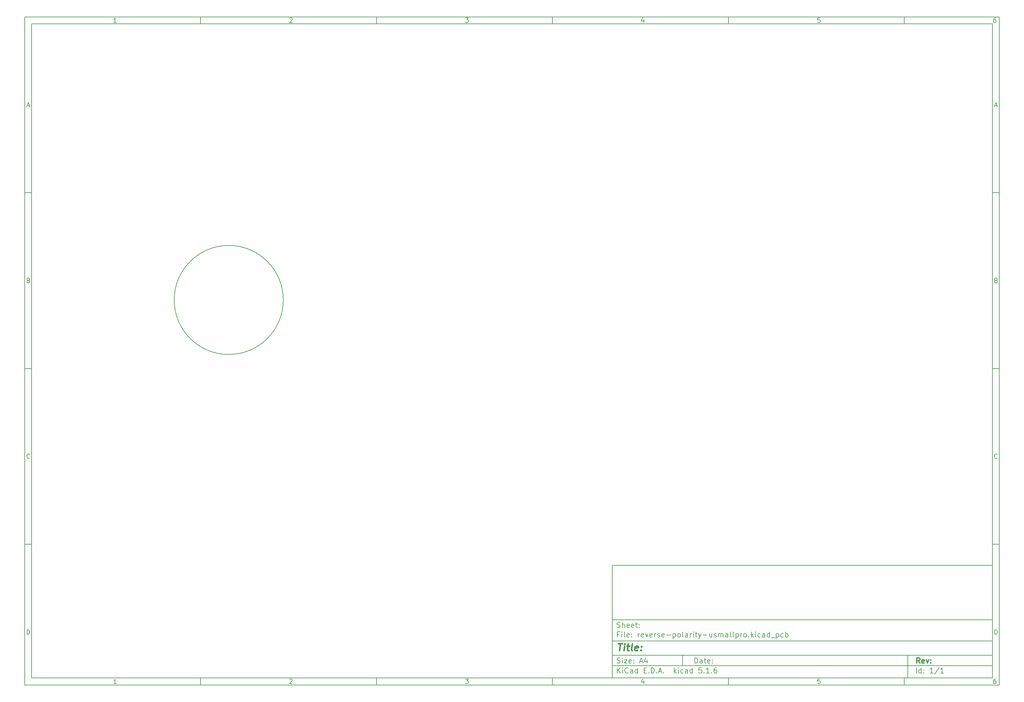
<source format=gbr>
G04 #@! TF.GenerationSoftware,KiCad,Pcbnew,5.1.6*
G04 #@! TF.CreationDate,2020-09-05T15:35:29+02:00*
G04 #@! TF.ProjectId,reverse-polarity-usmallpro,72657665-7273-4652-9d70-6f6c61726974,rev?*
G04 #@! TF.SameCoordinates,Original*
G04 #@! TF.FileFunction,Profile,NP*
%FSLAX46Y46*%
G04 Gerber Fmt 4.6, Leading zero omitted, Abs format (unit mm)*
G04 Created by KiCad (PCBNEW 5.1.6) date 2020-09-05 15:35:29*
%MOMM*%
%LPD*%
G01*
G04 APERTURE LIST*
%ADD10C,0.100000*%
%ADD11C,0.150000*%
%ADD12C,0.300000*%
%ADD13C,0.400000*%
G04 #@! TA.AperFunction,Profile*
%ADD14C,0.150000*%
G04 #@! TD*
G04 APERTURE END LIST*
D10*
D11*
X177002200Y-166007200D02*
X177002200Y-198007200D01*
X285002200Y-198007200D01*
X285002200Y-166007200D01*
X177002200Y-166007200D01*
D10*
D11*
X10000000Y-10000000D02*
X10000000Y-200007200D01*
X287002200Y-200007200D01*
X287002200Y-10000000D01*
X10000000Y-10000000D01*
D10*
D11*
X12000000Y-12000000D02*
X12000000Y-198007200D01*
X285002200Y-198007200D01*
X285002200Y-12000000D01*
X12000000Y-12000000D01*
D10*
D11*
X60000000Y-12000000D02*
X60000000Y-10000000D01*
D10*
D11*
X110000000Y-12000000D02*
X110000000Y-10000000D01*
D10*
D11*
X160000000Y-12000000D02*
X160000000Y-10000000D01*
D10*
D11*
X210000000Y-12000000D02*
X210000000Y-10000000D01*
D10*
D11*
X260000000Y-12000000D02*
X260000000Y-10000000D01*
D10*
D11*
X36065476Y-11588095D02*
X35322619Y-11588095D01*
X35694047Y-11588095D02*
X35694047Y-10288095D01*
X35570238Y-10473809D01*
X35446428Y-10597619D01*
X35322619Y-10659523D01*
D10*
D11*
X85322619Y-10411904D02*
X85384523Y-10350000D01*
X85508333Y-10288095D01*
X85817857Y-10288095D01*
X85941666Y-10350000D01*
X86003571Y-10411904D01*
X86065476Y-10535714D01*
X86065476Y-10659523D01*
X86003571Y-10845238D01*
X85260714Y-11588095D01*
X86065476Y-11588095D01*
D10*
D11*
X135260714Y-10288095D02*
X136065476Y-10288095D01*
X135632142Y-10783333D01*
X135817857Y-10783333D01*
X135941666Y-10845238D01*
X136003571Y-10907142D01*
X136065476Y-11030952D01*
X136065476Y-11340476D01*
X136003571Y-11464285D01*
X135941666Y-11526190D01*
X135817857Y-11588095D01*
X135446428Y-11588095D01*
X135322619Y-11526190D01*
X135260714Y-11464285D01*
D10*
D11*
X185941666Y-10721428D02*
X185941666Y-11588095D01*
X185632142Y-10226190D02*
X185322619Y-11154761D01*
X186127380Y-11154761D01*
D10*
D11*
X236003571Y-10288095D02*
X235384523Y-10288095D01*
X235322619Y-10907142D01*
X235384523Y-10845238D01*
X235508333Y-10783333D01*
X235817857Y-10783333D01*
X235941666Y-10845238D01*
X236003571Y-10907142D01*
X236065476Y-11030952D01*
X236065476Y-11340476D01*
X236003571Y-11464285D01*
X235941666Y-11526190D01*
X235817857Y-11588095D01*
X235508333Y-11588095D01*
X235384523Y-11526190D01*
X235322619Y-11464285D01*
D10*
D11*
X285941666Y-10288095D02*
X285694047Y-10288095D01*
X285570238Y-10350000D01*
X285508333Y-10411904D01*
X285384523Y-10597619D01*
X285322619Y-10845238D01*
X285322619Y-11340476D01*
X285384523Y-11464285D01*
X285446428Y-11526190D01*
X285570238Y-11588095D01*
X285817857Y-11588095D01*
X285941666Y-11526190D01*
X286003571Y-11464285D01*
X286065476Y-11340476D01*
X286065476Y-11030952D01*
X286003571Y-10907142D01*
X285941666Y-10845238D01*
X285817857Y-10783333D01*
X285570238Y-10783333D01*
X285446428Y-10845238D01*
X285384523Y-10907142D01*
X285322619Y-11030952D01*
D10*
D11*
X60000000Y-198007200D02*
X60000000Y-200007200D01*
D10*
D11*
X110000000Y-198007200D02*
X110000000Y-200007200D01*
D10*
D11*
X160000000Y-198007200D02*
X160000000Y-200007200D01*
D10*
D11*
X210000000Y-198007200D02*
X210000000Y-200007200D01*
D10*
D11*
X260000000Y-198007200D02*
X260000000Y-200007200D01*
D10*
D11*
X36065476Y-199595295D02*
X35322619Y-199595295D01*
X35694047Y-199595295D02*
X35694047Y-198295295D01*
X35570238Y-198481009D01*
X35446428Y-198604819D01*
X35322619Y-198666723D01*
D10*
D11*
X85322619Y-198419104D02*
X85384523Y-198357200D01*
X85508333Y-198295295D01*
X85817857Y-198295295D01*
X85941666Y-198357200D01*
X86003571Y-198419104D01*
X86065476Y-198542914D01*
X86065476Y-198666723D01*
X86003571Y-198852438D01*
X85260714Y-199595295D01*
X86065476Y-199595295D01*
D10*
D11*
X135260714Y-198295295D02*
X136065476Y-198295295D01*
X135632142Y-198790533D01*
X135817857Y-198790533D01*
X135941666Y-198852438D01*
X136003571Y-198914342D01*
X136065476Y-199038152D01*
X136065476Y-199347676D01*
X136003571Y-199471485D01*
X135941666Y-199533390D01*
X135817857Y-199595295D01*
X135446428Y-199595295D01*
X135322619Y-199533390D01*
X135260714Y-199471485D01*
D10*
D11*
X185941666Y-198728628D02*
X185941666Y-199595295D01*
X185632142Y-198233390D02*
X185322619Y-199161961D01*
X186127380Y-199161961D01*
D10*
D11*
X236003571Y-198295295D02*
X235384523Y-198295295D01*
X235322619Y-198914342D01*
X235384523Y-198852438D01*
X235508333Y-198790533D01*
X235817857Y-198790533D01*
X235941666Y-198852438D01*
X236003571Y-198914342D01*
X236065476Y-199038152D01*
X236065476Y-199347676D01*
X236003571Y-199471485D01*
X235941666Y-199533390D01*
X235817857Y-199595295D01*
X235508333Y-199595295D01*
X235384523Y-199533390D01*
X235322619Y-199471485D01*
D10*
D11*
X285941666Y-198295295D02*
X285694047Y-198295295D01*
X285570238Y-198357200D01*
X285508333Y-198419104D01*
X285384523Y-198604819D01*
X285322619Y-198852438D01*
X285322619Y-199347676D01*
X285384523Y-199471485D01*
X285446428Y-199533390D01*
X285570238Y-199595295D01*
X285817857Y-199595295D01*
X285941666Y-199533390D01*
X286003571Y-199471485D01*
X286065476Y-199347676D01*
X286065476Y-199038152D01*
X286003571Y-198914342D01*
X285941666Y-198852438D01*
X285817857Y-198790533D01*
X285570238Y-198790533D01*
X285446428Y-198852438D01*
X285384523Y-198914342D01*
X285322619Y-199038152D01*
D10*
D11*
X10000000Y-60000000D02*
X12000000Y-60000000D01*
D10*
D11*
X10000000Y-110000000D02*
X12000000Y-110000000D01*
D10*
D11*
X10000000Y-160000000D02*
X12000000Y-160000000D01*
D10*
D11*
X10690476Y-35216666D02*
X11309523Y-35216666D01*
X10566666Y-35588095D02*
X11000000Y-34288095D01*
X11433333Y-35588095D01*
D10*
D11*
X11092857Y-84907142D02*
X11278571Y-84969047D01*
X11340476Y-85030952D01*
X11402380Y-85154761D01*
X11402380Y-85340476D01*
X11340476Y-85464285D01*
X11278571Y-85526190D01*
X11154761Y-85588095D01*
X10659523Y-85588095D01*
X10659523Y-84288095D01*
X11092857Y-84288095D01*
X11216666Y-84350000D01*
X11278571Y-84411904D01*
X11340476Y-84535714D01*
X11340476Y-84659523D01*
X11278571Y-84783333D01*
X11216666Y-84845238D01*
X11092857Y-84907142D01*
X10659523Y-84907142D01*
D10*
D11*
X11402380Y-135464285D02*
X11340476Y-135526190D01*
X11154761Y-135588095D01*
X11030952Y-135588095D01*
X10845238Y-135526190D01*
X10721428Y-135402380D01*
X10659523Y-135278571D01*
X10597619Y-135030952D01*
X10597619Y-134845238D01*
X10659523Y-134597619D01*
X10721428Y-134473809D01*
X10845238Y-134350000D01*
X11030952Y-134288095D01*
X11154761Y-134288095D01*
X11340476Y-134350000D01*
X11402380Y-134411904D01*
D10*
D11*
X10659523Y-185588095D02*
X10659523Y-184288095D01*
X10969047Y-184288095D01*
X11154761Y-184350000D01*
X11278571Y-184473809D01*
X11340476Y-184597619D01*
X11402380Y-184845238D01*
X11402380Y-185030952D01*
X11340476Y-185278571D01*
X11278571Y-185402380D01*
X11154761Y-185526190D01*
X10969047Y-185588095D01*
X10659523Y-185588095D01*
D10*
D11*
X287002200Y-60000000D02*
X285002200Y-60000000D01*
D10*
D11*
X287002200Y-110000000D02*
X285002200Y-110000000D01*
D10*
D11*
X287002200Y-160000000D02*
X285002200Y-160000000D01*
D10*
D11*
X285692676Y-35216666D02*
X286311723Y-35216666D01*
X285568866Y-35588095D02*
X286002200Y-34288095D01*
X286435533Y-35588095D01*
D10*
D11*
X286095057Y-84907142D02*
X286280771Y-84969047D01*
X286342676Y-85030952D01*
X286404580Y-85154761D01*
X286404580Y-85340476D01*
X286342676Y-85464285D01*
X286280771Y-85526190D01*
X286156961Y-85588095D01*
X285661723Y-85588095D01*
X285661723Y-84288095D01*
X286095057Y-84288095D01*
X286218866Y-84350000D01*
X286280771Y-84411904D01*
X286342676Y-84535714D01*
X286342676Y-84659523D01*
X286280771Y-84783333D01*
X286218866Y-84845238D01*
X286095057Y-84907142D01*
X285661723Y-84907142D01*
D10*
D11*
X286404580Y-135464285D02*
X286342676Y-135526190D01*
X286156961Y-135588095D01*
X286033152Y-135588095D01*
X285847438Y-135526190D01*
X285723628Y-135402380D01*
X285661723Y-135278571D01*
X285599819Y-135030952D01*
X285599819Y-134845238D01*
X285661723Y-134597619D01*
X285723628Y-134473809D01*
X285847438Y-134350000D01*
X286033152Y-134288095D01*
X286156961Y-134288095D01*
X286342676Y-134350000D01*
X286404580Y-134411904D01*
D10*
D11*
X285661723Y-185588095D02*
X285661723Y-184288095D01*
X285971247Y-184288095D01*
X286156961Y-184350000D01*
X286280771Y-184473809D01*
X286342676Y-184597619D01*
X286404580Y-184845238D01*
X286404580Y-185030952D01*
X286342676Y-185278571D01*
X286280771Y-185402380D01*
X286156961Y-185526190D01*
X285971247Y-185588095D01*
X285661723Y-185588095D01*
D10*
D11*
X200434342Y-193785771D02*
X200434342Y-192285771D01*
X200791485Y-192285771D01*
X201005771Y-192357200D01*
X201148628Y-192500057D01*
X201220057Y-192642914D01*
X201291485Y-192928628D01*
X201291485Y-193142914D01*
X201220057Y-193428628D01*
X201148628Y-193571485D01*
X201005771Y-193714342D01*
X200791485Y-193785771D01*
X200434342Y-193785771D01*
X202577200Y-193785771D02*
X202577200Y-193000057D01*
X202505771Y-192857200D01*
X202362914Y-192785771D01*
X202077200Y-192785771D01*
X201934342Y-192857200D01*
X202577200Y-193714342D02*
X202434342Y-193785771D01*
X202077200Y-193785771D01*
X201934342Y-193714342D01*
X201862914Y-193571485D01*
X201862914Y-193428628D01*
X201934342Y-193285771D01*
X202077200Y-193214342D01*
X202434342Y-193214342D01*
X202577200Y-193142914D01*
X203077200Y-192785771D02*
X203648628Y-192785771D01*
X203291485Y-192285771D02*
X203291485Y-193571485D01*
X203362914Y-193714342D01*
X203505771Y-193785771D01*
X203648628Y-193785771D01*
X204720057Y-193714342D02*
X204577200Y-193785771D01*
X204291485Y-193785771D01*
X204148628Y-193714342D01*
X204077200Y-193571485D01*
X204077200Y-193000057D01*
X204148628Y-192857200D01*
X204291485Y-192785771D01*
X204577200Y-192785771D01*
X204720057Y-192857200D01*
X204791485Y-193000057D01*
X204791485Y-193142914D01*
X204077200Y-193285771D01*
X205434342Y-193642914D02*
X205505771Y-193714342D01*
X205434342Y-193785771D01*
X205362914Y-193714342D01*
X205434342Y-193642914D01*
X205434342Y-193785771D01*
X205434342Y-192857200D02*
X205505771Y-192928628D01*
X205434342Y-193000057D01*
X205362914Y-192928628D01*
X205434342Y-192857200D01*
X205434342Y-193000057D01*
D10*
D11*
X177002200Y-194507200D02*
X285002200Y-194507200D01*
D10*
D11*
X178434342Y-196585771D02*
X178434342Y-195085771D01*
X179291485Y-196585771D02*
X178648628Y-195728628D01*
X179291485Y-195085771D02*
X178434342Y-195942914D01*
X179934342Y-196585771D02*
X179934342Y-195585771D01*
X179934342Y-195085771D02*
X179862914Y-195157200D01*
X179934342Y-195228628D01*
X180005771Y-195157200D01*
X179934342Y-195085771D01*
X179934342Y-195228628D01*
X181505771Y-196442914D02*
X181434342Y-196514342D01*
X181220057Y-196585771D01*
X181077200Y-196585771D01*
X180862914Y-196514342D01*
X180720057Y-196371485D01*
X180648628Y-196228628D01*
X180577200Y-195942914D01*
X180577200Y-195728628D01*
X180648628Y-195442914D01*
X180720057Y-195300057D01*
X180862914Y-195157200D01*
X181077200Y-195085771D01*
X181220057Y-195085771D01*
X181434342Y-195157200D01*
X181505771Y-195228628D01*
X182791485Y-196585771D02*
X182791485Y-195800057D01*
X182720057Y-195657200D01*
X182577200Y-195585771D01*
X182291485Y-195585771D01*
X182148628Y-195657200D01*
X182791485Y-196514342D02*
X182648628Y-196585771D01*
X182291485Y-196585771D01*
X182148628Y-196514342D01*
X182077200Y-196371485D01*
X182077200Y-196228628D01*
X182148628Y-196085771D01*
X182291485Y-196014342D01*
X182648628Y-196014342D01*
X182791485Y-195942914D01*
X184148628Y-196585771D02*
X184148628Y-195085771D01*
X184148628Y-196514342D02*
X184005771Y-196585771D01*
X183720057Y-196585771D01*
X183577200Y-196514342D01*
X183505771Y-196442914D01*
X183434342Y-196300057D01*
X183434342Y-195871485D01*
X183505771Y-195728628D01*
X183577200Y-195657200D01*
X183720057Y-195585771D01*
X184005771Y-195585771D01*
X184148628Y-195657200D01*
X186005771Y-195800057D02*
X186505771Y-195800057D01*
X186720057Y-196585771D02*
X186005771Y-196585771D01*
X186005771Y-195085771D01*
X186720057Y-195085771D01*
X187362914Y-196442914D02*
X187434342Y-196514342D01*
X187362914Y-196585771D01*
X187291485Y-196514342D01*
X187362914Y-196442914D01*
X187362914Y-196585771D01*
X188077200Y-196585771D02*
X188077200Y-195085771D01*
X188434342Y-195085771D01*
X188648628Y-195157200D01*
X188791485Y-195300057D01*
X188862914Y-195442914D01*
X188934342Y-195728628D01*
X188934342Y-195942914D01*
X188862914Y-196228628D01*
X188791485Y-196371485D01*
X188648628Y-196514342D01*
X188434342Y-196585771D01*
X188077200Y-196585771D01*
X189577200Y-196442914D02*
X189648628Y-196514342D01*
X189577200Y-196585771D01*
X189505771Y-196514342D01*
X189577200Y-196442914D01*
X189577200Y-196585771D01*
X190220057Y-196157200D02*
X190934342Y-196157200D01*
X190077200Y-196585771D02*
X190577200Y-195085771D01*
X191077200Y-196585771D01*
X191577200Y-196442914D02*
X191648628Y-196514342D01*
X191577200Y-196585771D01*
X191505771Y-196514342D01*
X191577200Y-196442914D01*
X191577200Y-196585771D01*
X194577200Y-196585771D02*
X194577200Y-195085771D01*
X194720057Y-196014342D02*
X195148628Y-196585771D01*
X195148628Y-195585771D02*
X194577200Y-196157200D01*
X195791485Y-196585771D02*
X195791485Y-195585771D01*
X195791485Y-195085771D02*
X195720057Y-195157200D01*
X195791485Y-195228628D01*
X195862914Y-195157200D01*
X195791485Y-195085771D01*
X195791485Y-195228628D01*
X197148628Y-196514342D02*
X197005771Y-196585771D01*
X196720057Y-196585771D01*
X196577200Y-196514342D01*
X196505771Y-196442914D01*
X196434342Y-196300057D01*
X196434342Y-195871485D01*
X196505771Y-195728628D01*
X196577200Y-195657200D01*
X196720057Y-195585771D01*
X197005771Y-195585771D01*
X197148628Y-195657200D01*
X198434342Y-196585771D02*
X198434342Y-195800057D01*
X198362914Y-195657200D01*
X198220057Y-195585771D01*
X197934342Y-195585771D01*
X197791485Y-195657200D01*
X198434342Y-196514342D02*
X198291485Y-196585771D01*
X197934342Y-196585771D01*
X197791485Y-196514342D01*
X197720057Y-196371485D01*
X197720057Y-196228628D01*
X197791485Y-196085771D01*
X197934342Y-196014342D01*
X198291485Y-196014342D01*
X198434342Y-195942914D01*
X199791485Y-196585771D02*
X199791485Y-195085771D01*
X199791485Y-196514342D02*
X199648628Y-196585771D01*
X199362914Y-196585771D01*
X199220057Y-196514342D01*
X199148628Y-196442914D01*
X199077200Y-196300057D01*
X199077200Y-195871485D01*
X199148628Y-195728628D01*
X199220057Y-195657200D01*
X199362914Y-195585771D01*
X199648628Y-195585771D01*
X199791485Y-195657200D01*
X202362914Y-195085771D02*
X201648628Y-195085771D01*
X201577200Y-195800057D01*
X201648628Y-195728628D01*
X201791485Y-195657200D01*
X202148628Y-195657200D01*
X202291485Y-195728628D01*
X202362914Y-195800057D01*
X202434342Y-195942914D01*
X202434342Y-196300057D01*
X202362914Y-196442914D01*
X202291485Y-196514342D01*
X202148628Y-196585771D01*
X201791485Y-196585771D01*
X201648628Y-196514342D01*
X201577200Y-196442914D01*
X203077200Y-196442914D02*
X203148628Y-196514342D01*
X203077200Y-196585771D01*
X203005771Y-196514342D01*
X203077200Y-196442914D01*
X203077200Y-196585771D01*
X204577200Y-196585771D02*
X203720057Y-196585771D01*
X204148628Y-196585771D02*
X204148628Y-195085771D01*
X204005771Y-195300057D01*
X203862914Y-195442914D01*
X203720057Y-195514342D01*
X205220057Y-196442914D02*
X205291485Y-196514342D01*
X205220057Y-196585771D01*
X205148628Y-196514342D01*
X205220057Y-196442914D01*
X205220057Y-196585771D01*
X206577200Y-195085771D02*
X206291485Y-195085771D01*
X206148628Y-195157200D01*
X206077200Y-195228628D01*
X205934342Y-195442914D01*
X205862914Y-195728628D01*
X205862914Y-196300057D01*
X205934342Y-196442914D01*
X206005771Y-196514342D01*
X206148628Y-196585771D01*
X206434342Y-196585771D01*
X206577200Y-196514342D01*
X206648628Y-196442914D01*
X206720057Y-196300057D01*
X206720057Y-195942914D01*
X206648628Y-195800057D01*
X206577200Y-195728628D01*
X206434342Y-195657200D01*
X206148628Y-195657200D01*
X206005771Y-195728628D01*
X205934342Y-195800057D01*
X205862914Y-195942914D01*
D10*
D11*
X177002200Y-191507200D02*
X285002200Y-191507200D01*
D10*
D12*
X264411485Y-193785771D02*
X263911485Y-193071485D01*
X263554342Y-193785771D02*
X263554342Y-192285771D01*
X264125771Y-192285771D01*
X264268628Y-192357200D01*
X264340057Y-192428628D01*
X264411485Y-192571485D01*
X264411485Y-192785771D01*
X264340057Y-192928628D01*
X264268628Y-193000057D01*
X264125771Y-193071485D01*
X263554342Y-193071485D01*
X265625771Y-193714342D02*
X265482914Y-193785771D01*
X265197200Y-193785771D01*
X265054342Y-193714342D01*
X264982914Y-193571485D01*
X264982914Y-193000057D01*
X265054342Y-192857200D01*
X265197200Y-192785771D01*
X265482914Y-192785771D01*
X265625771Y-192857200D01*
X265697200Y-193000057D01*
X265697200Y-193142914D01*
X264982914Y-193285771D01*
X266197200Y-192785771D02*
X266554342Y-193785771D01*
X266911485Y-192785771D01*
X267482914Y-193642914D02*
X267554342Y-193714342D01*
X267482914Y-193785771D01*
X267411485Y-193714342D01*
X267482914Y-193642914D01*
X267482914Y-193785771D01*
X267482914Y-192857200D02*
X267554342Y-192928628D01*
X267482914Y-193000057D01*
X267411485Y-192928628D01*
X267482914Y-192857200D01*
X267482914Y-193000057D01*
D10*
D11*
X178362914Y-193714342D02*
X178577200Y-193785771D01*
X178934342Y-193785771D01*
X179077200Y-193714342D01*
X179148628Y-193642914D01*
X179220057Y-193500057D01*
X179220057Y-193357200D01*
X179148628Y-193214342D01*
X179077200Y-193142914D01*
X178934342Y-193071485D01*
X178648628Y-193000057D01*
X178505771Y-192928628D01*
X178434342Y-192857200D01*
X178362914Y-192714342D01*
X178362914Y-192571485D01*
X178434342Y-192428628D01*
X178505771Y-192357200D01*
X178648628Y-192285771D01*
X179005771Y-192285771D01*
X179220057Y-192357200D01*
X179862914Y-193785771D02*
X179862914Y-192785771D01*
X179862914Y-192285771D02*
X179791485Y-192357200D01*
X179862914Y-192428628D01*
X179934342Y-192357200D01*
X179862914Y-192285771D01*
X179862914Y-192428628D01*
X180434342Y-192785771D02*
X181220057Y-192785771D01*
X180434342Y-193785771D01*
X181220057Y-193785771D01*
X182362914Y-193714342D02*
X182220057Y-193785771D01*
X181934342Y-193785771D01*
X181791485Y-193714342D01*
X181720057Y-193571485D01*
X181720057Y-193000057D01*
X181791485Y-192857200D01*
X181934342Y-192785771D01*
X182220057Y-192785771D01*
X182362914Y-192857200D01*
X182434342Y-193000057D01*
X182434342Y-193142914D01*
X181720057Y-193285771D01*
X183077200Y-193642914D02*
X183148628Y-193714342D01*
X183077200Y-193785771D01*
X183005771Y-193714342D01*
X183077200Y-193642914D01*
X183077200Y-193785771D01*
X183077200Y-192857200D02*
X183148628Y-192928628D01*
X183077200Y-193000057D01*
X183005771Y-192928628D01*
X183077200Y-192857200D01*
X183077200Y-193000057D01*
X184862914Y-193357200D02*
X185577200Y-193357200D01*
X184720057Y-193785771D02*
X185220057Y-192285771D01*
X185720057Y-193785771D01*
X186862914Y-192785771D02*
X186862914Y-193785771D01*
X186505771Y-192214342D02*
X186148628Y-193285771D01*
X187077200Y-193285771D01*
D10*
D11*
X263434342Y-196585771D02*
X263434342Y-195085771D01*
X264791485Y-196585771D02*
X264791485Y-195085771D01*
X264791485Y-196514342D02*
X264648628Y-196585771D01*
X264362914Y-196585771D01*
X264220057Y-196514342D01*
X264148628Y-196442914D01*
X264077200Y-196300057D01*
X264077200Y-195871485D01*
X264148628Y-195728628D01*
X264220057Y-195657200D01*
X264362914Y-195585771D01*
X264648628Y-195585771D01*
X264791485Y-195657200D01*
X265505771Y-196442914D02*
X265577200Y-196514342D01*
X265505771Y-196585771D01*
X265434342Y-196514342D01*
X265505771Y-196442914D01*
X265505771Y-196585771D01*
X265505771Y-195657200D02*
X265577200Y-195728628D01*
X265505771Y-195800057D01*
X265434342Y-195728628D01*
X265505771Y-195657200D01*
X265505771Y-195800057D01*
X268148628Y-196585771D02*
X267291485Y-196585771D01*
X267720057Y-196585771D02*
X267720057Y-195085771D01*
X267577200Y-195300057D01*
X267434342Y-195442914D01*
X267291485Y-195514342D01*
X269862914Y-195014342D02*
X268577200Y-196942914D01*
X271148628Y-196585771D02*
X270291485Y-196585771D01*
X270720057Y-196585771D02*
X270720057Y-195085771D01*
X270577200Y-195300057D01*
X270434342Y-195442914D01*
X270291485Y-195514342D01*
D10*
D11*
X177002200Y-187507200D02*
X285002200Y-187507200D01*
D10*
D13*
X178714580Y-188211961D02*
X179857438Y-188211961D01*
X179036009Y-190211961D02*
X179286009Y-188211961D01*
X180274104Y-190211961D02*
X180440771Y-188878628D01*
X180524104Y-188211961D02*
X180416961Y-188307200D01*
X180500295Y-188402438D01*
X180607438Y-188307200D01*
X180524104Y-188211961D01*
X180500295Y-188402438D01*
X181107438Y-188878628D02*
X181869342Y-188878628D01*
X181476485Y-188211961D02*
X181262200Y-189926247D01*
X181333628Y-190116723D01*
X181512200Y-190211961D01*
X181702676Y-190211961D01*
X182655057Y-190211961D02*
X182476485Y-190116723D01*
X182405057Y-189926247D01*
X182619342Y-188211961D01*
X184190771Y-190116723D02*
X183988390Y-190211961D01*
X183607438Y-190211961D01*
X183428866Y-190116723D01*
X183357438Y-189926247D01*
X183452676Y-189164342D01*
X183571723Y-188973866D01*
X183774104Y-188878628D01*
X184155057Y-188878628D01*
X184333628Y-188973866D01*
X184405057Y-189164342D01*
X184381247Y-189354819D01*
X183405057Y-189545295D01*
X185155057Y-190021485D02*
X185238390Y-190116723D01*
X185131247Y-190211961D01*
X185047914Y-190116723D01*
X185155057Y-190021485D01*
X185131247Y-190211961D01*
X185286009Y-188973866D02*
X185369342Y-189069104D01*
X185262200Y-189164342D01*
X185178866Y-189069104D01*
X185286009Y-188973866D01*
X185262200Y-189164342D01*
D10*
D11*
X178934342Y-185600057D02*
X178434342Y-185600057D01*
X178434342Y-186385771D02*
X178434342Y-184885771D01*
X179148628Y-184885771D01*
X179720057Y-186385771D02*
X179720057Y-185385771D01*
X179720057Y-184885771D02*
X179648628Y-184957200D01*
X179720057Y-185028628D01*
X179791485Y-184957200D01*
X179720057Y-184885771D01*
X179720057Y-185028628D01*
X180648628Y-186385771D02*
X180505771Y-186314342D01*
X180434342Y-186171485D01*
X180434342Y-184885771D01*
X181791485Y-186314342D02*
X181648628Y-186385771D01*
X181362914Y-186385771D01*
X181220057Y-186314342D01*
X181148628Y-186171485D01*
X181148628Y-185600057D01*
X181220057Y-185457200D01*
X181362914Y-185385771D01*
X181648628Y-185385771D01*
X181791485Y-185457200D01*
X181862914Y-185600057D01*
X181862914Y-185742914D01*
X181148628Y-185885771D01*
X182505771Y-186242914D02*
X182577200Y-186314342D01*
X182505771Y-186385771D01*
X182434342Y-186314342D01*
X182505771Y-186242914D01*
X182505771Y-186385771D01*
X182505771Y-185457200D02*
X182577200Y-185528628D01*
X182505771Y-185600057D01*
X182434342Y-185528628D01*
X182505771Y-185457200D01*
X182505771Y-185600057D01*
X184362914Y-186385771D02*
X184362914Y-185385771D01*
X184362914Y-185671485D02*
X184434342Y-185528628D01*
X184505771Y-185457200D01*
X184648628Y-185385771D01*
X184791485Y-185385771D01*
X185862914Y-186314342D02*
X185720057Y-186385771D01*
X185434342Y-186385771D01*
X185291485Y-186314342D01*
X185220057Y-186171485D01*
X185220057Y-185600057D01*
X185291485Y-185457200D01*
X185434342Y-185385771D01*
X185720057Y-185385771D01*
X185862914Y-185457200D01*
X185934342Y-185600057D01*
X185934342Y-185742914D01*
X185220057Y-185885771D01*
X186434342Y-185385771D02*
X186791485Y-186385771D01*
X187148628Y-185385771D01*
X188291485Y-186314342D02*
X188148628Y-186385771D01*
X187862914Y-186385771D01*
X187720057Y-186314342D01*
X187648628Y-186171485D01*
X187648628Y-185600057D01*
X187720057Y-185457200D01*
X187862914Y-185385771D01*
X188148628Y-185385771D01*
X188291485Y-185457200D01*
X188362914Y-185600057D01*
X188362914Y-185742914D01*
X187648628Y-185885771D01*
X189005771Y-186385771D02*
X189005771Y-185385771D01*
X189005771Y-185671485D02*
X189077200Y-185528628D01*
X189148628Y-185457200D01*
X189291485Y-185385771D01*
X189434342Y-185385771D01*
X189862914Y-186314342D02*
X190005771Y-186385771D01*
X190291485Y-186385771D01*
X190434342Y-186314342D01*
X190505771Y-186171485D01*
X190505771Y-186100057D01*
X190434342Y-185957200D01*
X190291485Y-185885771D01*
X190077200Y-185885771D01*
X189934342Y-185814342D01*
X189862914Y-185671485D01*
X189862914Y-185600057D01*
X189934342Y-185457200D01*
X190077200Y-185385771D01*
X190291485Y-185385771D01*
X190434342Y-185457200D01*
X191720057Y-186314342D02*
X191577200Y-186385771D01*
X191291485Y-186385771D01*
X191148628Y-186314342D01*
X191077200Y-186171485D01*
X191077200Y-185600057D01*
X191148628Y-185457200D01*
X191291485Y-185385771D01*
X191577200Y-185385771D01*
X191720057Y-185457200D01*
X191791485Y-185600057D01*
X191791485Y-185742914D01*
X191077200Y-185885771D01*
X192434342Y-185814342D02*
X193577200Y-185814342D01*
X194291485Y-185385771D02*
X194291485Y-186885771D01*
X194291485Y-185457200D02*
X194434342Y-185385771D01*
X194720057Y-185385771D01*
X194862914Y-185457200D01*
X194934342Y-185528628D01*
X195005771Y-185671485D01*
X195005771Y-186100057D01*
X194934342Y-186242914D01*
X194862914Y-186314342D01*
X194720057Y-186385771D01*
X194434342Y-186385771D01*
X194291485Y-186314342D01*
X195862914Y-186385771D02*
X195720057Y-186314342D01*
X195648628Y-186242914D01*
X195577200Y-186100057D01*
X195577200Y-185671485D01*
X195648628Y-185528628D01*
X195720057Y-185457200D01*
X195862914Y-185385771D01*
X196077200Y-185385771D01*
X196220057Y-185457200D01*
X196291485Y-185528628D01*
X196362914Y-185671485D01*
X196362914Y-186100057D01*
X196291485Y-186242914D01*
X196220057Y-186314342D01*
X196077200Y-186385771D01*
X195862914Y-186385771D01*
X197220057Y-186385771D02*
X197077200Y-186314342D01*
X197005771Y-186171485D01*
X197005771Y-184885771D01*
X198434342Y-186385771D02*
X198434342Y-185600057D01*
X198362914Y-185457200D01*
X198220057Y-185385771D01*
X197934342Y-185385771D01*
X197791485Y-185457200D01*
X198434342Y-186314342D02*
X198291485Y-186385771D01*
X197934342Y-186385771D01*
X197791485Y-186314342D01*
X197720057Y-186171485D01*
X197720057Y-186028628D01*
X197791485Y-185885771D01*
X197934342Y-185814342D01*
X198291485Y-185814342D01*
X198434342Y-185742914D01*
X199148628Y-186385771D02*
X199148628Y-185385771D01*
X199148628Y-185671485D02*
X199220057Y-185528628D01*
X199291485Y-185457200D01*
X199434342Y-185385771D01*
X199577200Y-185385771D01*
X200077200Y-186385771D02*
X200077200Y-185385771D01*
X200077200Y-184885771D02*
X200005771Y-184957200D01*
X200077200Y-185028628D01*
X200148628Y-184957200D01*
X200077200Y-184885771D01*
X200077200Y-185028628D01*
X200577200Y-185385771D02*
X201148628Y-185385771D01*
X200791485Y-184885771D02*
X200791485Y-186171485D01*
X200862914Y-186314342D01*
X201005771Y-186385771D01*
X201148628Y-186385771D01*
X201505771Y-185385771D02*
X201862914Y-186385771D01*
X202220057Y-185385771D02*
X201862914Y-186385771D01*
X201720057Y-186742914D01*
X201648628Y-186814342D01*
X201505771Y-186885771D01*
X202791485Y-185814342D02*
X203934342Y-185814342D01*
X205291485Y-185385771D02*
X205291485Y-186385771D01*
X204648628Y-185385771D02*
X204648628Y-186171485D01*
X204720057Y-186314342D01*
X204862914Y-186385771D01*
X205077200Y-186385771D01*
X205220057Y-186314342D01*
X205291485Y-186242914D01*
X205934342Y-186314342D02*
X206077200Y-186385771D01*
X206362914Y-186385771D01*
X206505771Y-186314342D01*
X206577200Y-186171485D01*
X206577200Y-186100057D01*
X206505771Y-185957200D01*
X206362914Y-185885771D01*
X206148628Y-185885771D01*
X206005771Y-185814342D01*
X205934342Y-185671485D01*
X205934342Y-185600057D01*
X206005771Y-185457200D01*
X206148628Y-185385771D01*
X206362914Y-185385771D01*
X206505771Y-185457200D01*
X207220057Y-186385771D02*
X207220057Y-185385771D01*
X207220057Y-185528628D02*
X207291485Y-185457200D01*
X207434342Y-185385771D01*
X207648628Y-185385771D01*
X207791485Y-185457200D01*
X207862914Y-185600057D01*
X207862914Y-186385771D01*
X207862914Y-185600057D02*
X207934342Y-185457200D01*
X208077200Y-185385771D01*
X208291485Y-185385771D01*
X208434342Y-185457200D01*
X208505771Y-185600057D01*
X208505771Y-186385771D01*
X209862914Y-186385771D02*
X209862914Y-185600057D01*
X209791485Y-185457200D01*
X209648628Y-185385771D01*
X209362914Y-185385771D01*
X209220057Y-185457200D01*
X209862914Y-186314342D02*
X209720057Y-186385771D01*
X209362914Y-186385771D01*
X209220057Y-186314342D01*
X209148628Y-186171485D01*
X209148628Y-186028628D01*
X209220057Y-185885771D01*
X209362914Y-185814342D01*
X209720057Y-185814342D01*
X209862914Y-185742914D01*
X210791485Y-186385771D02*
X210648628Y-186314342D01*
X210577200Y-186171485D01*
X210577200Y-184885771D01*
X211577200Y-186385771D02*
X211434342Y-186314342D01*
X211362914Y-186171485D01*
X211362914Y-184885771D01*
X212148628Y-185385771D02*
X212148628Y-186885771D01*
X212148628Y-185457200D02*
X212291485Y-185385771D01*
X212577200Y-185385771D01*
X212720057Y-185457200D01*
X212791485Y-185528628D01*
X212862914Y-185671485D01*
X212862914Y-186100057D01*
X212791485Y-186242914D01*
X212720057Y-186314342D01*
X212577200Y-186385771D01*
X212291485Y-186385771D01*
X212148628Y-186314342D01*
X213505771Y-186385771D02*
X213505771Y-185385771D01*
X213505771Y-185671485D02*
X213577200Y-185528628D01*
X213648628Y-185457200D01*
X213791485Y-185385771D01*
X213934342Y-185385771D01*
X214648628Y-186385771D02*
X214505771Y-186314342D01*
X214434342Y-186242914D01*
X214362914Y-186100057D01*
X214362914Y-185671485D01*
X214434342Y-185528628D01*
X214505771Y-185457200D01*
X214648628Y-185385771D01*
X214862914Y-185385771D01*
X215005771Y-185457200D01*
X215077200Y-185528628D01*
X215148628Y-185671485D01*
X215148628Y-186100057D01*
X215077200Y-186242914D01*
X215005771Y-186314342D01*
X214862914Y-186385771D01*
X214648628Y-186385771D01*
X215791485Y-186242914D02*
X215862914Y-186314342D01*
X215791485Y-186385771D01*
X215720057Y-186314342D01*
X215791485Y-186242914D01*
X215791485Y-186385771D01*
X216505771Y-186385771D02*
X216505771Y-184885771D01*
X216648628Y-185814342D02*
X217077200Y-186385771D01*
X217077200Y-185385771D02*
X216505771Y-185957200D01*
X217720057Y-186385771D02*
X217720057Y-185385771D01*
X217720057Y-184885771D02*
X217648628Y-184957200D01*
X217720057Y-185028628D01*
X217791485Y-184957200D01*
X217720057Y-184885771D01*
X217720057Y-185028628D01*
X219077200Y-186314342D02*
X218934342Y-186385771D01*
X218648628Y-186385771D01*
X218505771Y-186314342D01*
X218434342Y-186242914D01*
X218362914Y-186100057D01*
X218362914Y-185671485D01*
X218434342Y-185528628D01*
X218505771Y-185457200D01*
X218648628Y-185385771D01*
X218934342Y-185385771D01*
X219077200Y-185457200D01*
X220362914Y-186385771D02*
X220362914Y-185600057D01*
X220291485Y-185457200D01*
X220148628Y-185385771D01*
X219862914Y-185385771D01*
X219720057Y-185457200D01*
X220362914Y-186314342D02*
X220220057Y-186385771D01*
X219862914Y-186385771D01*
X219720057Y-186314342D01*
X219648628Y-186171485D01*
X219648628Y-186028628D01*
X219720057Y-185885771D01*
X219862914Y-185814342D01*
X220220057Y-185814342D01*
X220362914Y-185742914D01*
X221720057Y-186385771D02*
X221720057Y-184885771D01*
X221720057Y-186314342D02*
X221577200Y-186385771D01*
X221291485Y-186385771D01*
X221148628Y-186314342D01*
X221077200Y-186242914D01*
X221005771Y-186100057D01*
X221005771Y-185671485D01*
X221077200Y-185528628D01*
X221148628Y-185457200D01*
X221291485Y-185385771D01*
X221577200Y-185385771D01*
X221720057Y-185457200D01*
X222077200Y-186528628D02*
X223220057Y-186528628D01*
X223577200Y-185385771D02*
X223577200Y-186885771D01*
X223577200Y-185457200D02*
X223720057Y-185385771D01*
X224005771Y-185385771D01*
X224148628Y-185457200D01*
X224220057Y-185528628D01*
X224291485Y-185671485D01*
X224291485Y-186100057D01*
X224220057Y-186242914D01*
X224148628Y-186314342D01*
X224005771Y-186385771D01*
X223720057Y-186385771D01*
X223577200Y-186314342D01*
X225577200Y-186314342D02*
X225434342Y-186385771D01*
X225148628Y-186385771D01*
X225005771Y-186314342D01*
X224934342Y-186242914D01*
X224862914Y-186100057D01*
X224862914Y-185671485D01*
X224934342Y-185528628D01*
X225005771Y-185457200D01*
X225148628Y-185385771D01*
X225434342Y-185385771D01*
X225577200Y-185457200D01*
X226220057Y-186385771D02*
X226220057Y-184885771D01*
X226220057Y-185457200D02*
X226362914Y-185385771D01*
X226648628Y-185385771D01*
X226791485Y-185457200D01*
X226862914Y-185528628D01*
X226934342Y-185671485D01*
X226934342Y-186100057D01*
X226862914Y-186242914D01*
X226791485Y-186314342D01*
X226648628Y-186385771D01*
X226362914Y-186385771D01*
X226220057Y-186314342D01*
D10*
D11*
X177002200Y-181507200D02*
X285002200Y-181507200D01*
D10*
D11*
X178362914Y-183614342D02*
X178577200Y-183685771D01*
X178934342Y-183685771D01*
X179077200Y-183614342D01*
X179148628Y-183542914D01*
X179220057Y-183400057D01*
X179220057Y-183257200D01*
X179148628Y-183114342D01*
X179077200Y-183042914D01*
X178934342Y-182971485D01*
X178648628Y-182900057D01*
X178505771Y-182828628D01*
X178434342Y-182757200D01*
X178362914Y-182614342D01*
X178362914Y-182471485D01*
X178434342Y-182328628D01*
X178505771Y-182257200D01*
X178648628Y-182185771D01*
X179005771Y-182185771D01*
X179220057Y-182257200D01*
X179862914Y-183685771D02*
X179862914Y-182185771D01*
X180505771Y-183685771D02*
X180505771Y-182900057D01*
X180434342Y-182757200D01*
X180291485Y-182685771D01*
X180077200Y-182685771D01*
X179934342Y-182757200D01*
X179862914Y-182828628D01*
X181791485Y-183614342D02*
X181648628Y-183685771D01*
X181362914Y-183685771D01*
X181220057Y-183614342D01*
X181148628Y-183471485D01*
X181148628Y-182900057D01*
X181220057Y-182757200D01*
X181362914Y-182685771D01*
X181648628Y-182685771D01*
X181791485Y-182757200D01*
X181862914Y-182900057D01*
X181862914Y-183042914D01*
X181148628Y-183185771D01*
X183077200Y-183614342D02*
X182934342Y-183685771D01*
X182648628Y-183685771D01*
X182505771Y-183614342D01*
X182434342Y-183471485D01*
X182434342Y-182900057D01*
X182505771Y-182757200D01*
X182648628Y-182685771D01*
X182934342Y-182685771D01*
X183077200Y-182757200D01*
X183148628Y-182900057D01*
X183148628Y-183042914D01*
X182434342Y-183185771D01*
X183577200Y-182685771D02*
X184148628Y-182685771D01*
X183791485Y-182185771D02*
X183791485Y-183471485D01*
X183862914Y-183614342D01*
X184005771Y-183685771D01*
X184148628Y-183685771D01*
X184648628Y-183542914D02*
X184720057Y-183614342D01*
X184648628Y-183685771D01*
X184577200Y-183614342D01*
X184648628Y-183542914D01*
X184648628Y-183685771D01*
X184648628Y-182757200D02*
X184720057Y-182828628D01*
X184648628Y-182900057D01*
X184577200Y-182828628D01*
X184648628Y-182757200D01*
X184648628Y-182900057D01*
D10*
D11*
X197002200Y-191507200D02*
X197002200Y-194507200D01*
D10*
D11*
X261002200Y-191507200D02*
X261002200Y-198007200D01*
D14*
X83500000Y-90500000D02*
G75*
G03*
X83500000Y-90500000I-15500000J0D01*
G01*
M02*

</source>
